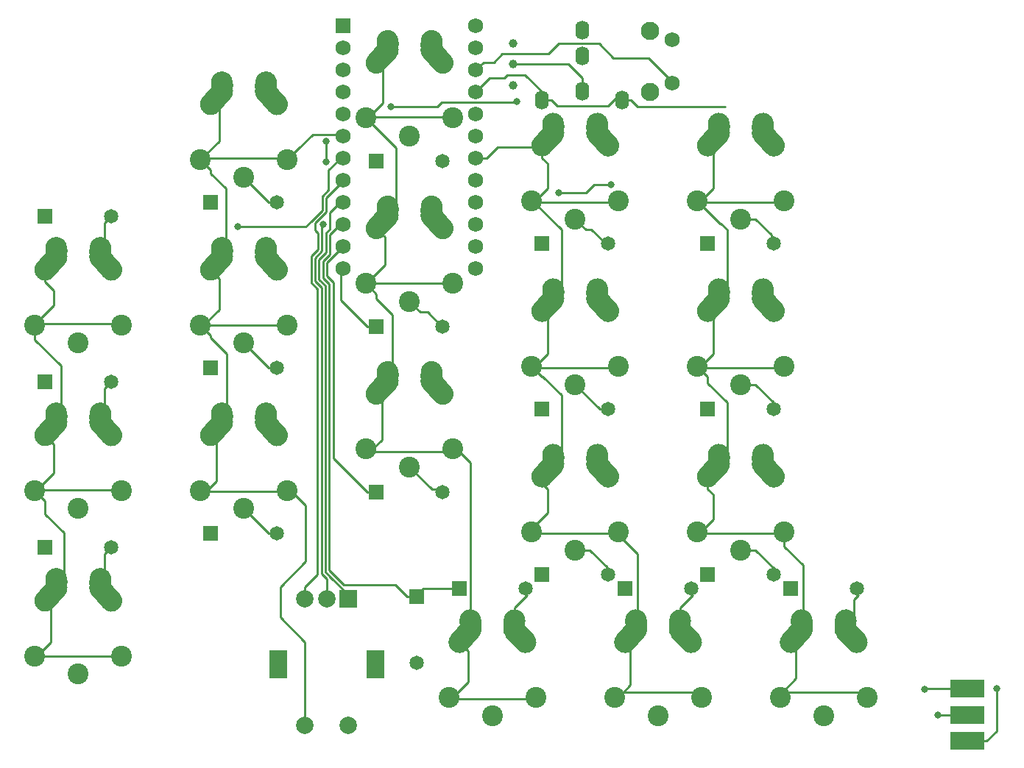
<source format=gbl>
G04 #@! TF.GenerationSoftware,KiCad,Pcbnew,(5.1.6)-1*
G04 #@! TF.CreationDate,2020-08-19T15:34:48-05:00*
G04 #@! TF.ProjectId,CurvedChoc,43757276-6564-4436-986f-632e6b696361,rev?*
G04 #@! TF.SameCoordinates,Original*
G04 #@! TF.FileFunction,Copper,L2,Bot*
G04 #@! TF.FilePolarity,Positive*
%FSLAX46Y46*%
G04 Gerber Fmt 4.6, Leading zero omitted, Abs format (unit mm)*
G04 Created by KiCad (PCBNEW (5.1.6)-1) date 2020-08-19 15:34:48*
%MOMM*%
%LPD*%
G01*
G04 APERTURE LIST*
G04 #@! TA.AperFunction,SMDPad,CuDef*
%ADD10R,4.000000X2.000000*%
G04 #@! TD*
G04 #@! TA.AperFunction,ComponentPad*
%ADD11R,2.000000X2.000000*%
G04 #@! TD*
G04 #@! TA.AperFunction,ComponentPad*
%ADD12C,2.000000*%
G04 #@! TD*
G04 #@! TA.AperFunction,ComponentPad*
%ADD13R,2.000000X3.200000*%
G04 #@! TD*
G04 #@! TA.AperFunction,ComponentPad*
%ADD14C,1.000000*%
G04 #@! TD*
G04 #@! TA.AperFunction,ComponentPad*
%ADD15C,1.752600*%
G04 #@! TD*
G04 #@! TA.AperFunction,ComponentPad*
%ADD16R,1.752600X1.752600*%
G04 #@! TD*
G04 #@! TA.AperFunction,Conductor*
%ADD17C,2.400000*%
G04 #@! TD*
G04 #@! TA.AperFunction,ComponentPad*
%ADD18C,2.100000*%
G04 #@! TD*
G04 #@! TA.AperFunction,ComponentPad*
%ADD19C,1.750000*%
G04 #@! TD*
G04 #@! TA.AperFunction,ComponentPad*
%ADD20O,1.600000X2.200000*%
G04 #@! TD*
G04 #@! TA.AperFunction,ComponentPad*
%ADD21R,1.651000X1.651000*%
G04 #@! TD*
G04 #@! TA.AperFunction,ComponentPad*
%ADD22C,1.651000*%
G04 #@! TD*
G04 #@! TA.AperFunction,ViaPad*
%ADD23C,0.800000*%
G04 #@! TD*
G04 #@! TA.AperFunction,Conductor*
%ADD24C,0.250000*%
G04 #@! TD*
G04 APERTURE END LIST*
D10*
X176034623Y-97285550D03*
X176034623Y-103285550D03*
X176034623Y-100285550D03*
D11*
X104893750Y-86956250D03*
D12*
X102393750Y-86956250D03*
X99893750Y-86956250D03*
D13*
X107993750Y-94456250D03*
X96793750Y-94456250D03*
D12*
X104893750Y-101456250D03*
X99893750Y-101456250D03*
D14*
X123825000Y-27800000D03*
X123825000Y-25400000D03*
X123825000Y-23000000D03*
D15*
X119538750Y-20955000D03*
X104298750Y-48895000D03*
X119538750Y-23495000D03*
X119538750Y-26035000D03*
X119538750Y-28575000D03*
X119538750Y-31115000D03*
X119538750Y-33655000D03*
X119538750Y-36195000D03*
X119538750Y-38735000D03*
X119538750Y-41275000D03*
X119538750Y-43815000D03*
X119538750Y-46355000D03*
X119538750Y-48895000D03*
X104298750Y-46355000D03*
X104298750Y-43815000D03*
X104298750Y-41275000D03*
X104298750Y-38735000D03*
X104298750Y-36195000D03*
X104298750Y-33655000D03*
X104298750Y-31115000D03*
X104298750Y-28575000D03*
X104298750Y-26035000D03*
X104298750Y-23495000D03*
D16*
X104298750Y-20955000D03*
D17*
X154543750Y-98256250D03*
X164543750Y-98256250D03*
X159543750Y-100356250D03*
D12*
X164543750Y-98256250D03*
X159543750Y-100356250D03*
X154543750Y-98256250D03*
X162083750Y-89376250D03*
X157043750Y-90456250D03*
X162043750Y-89956250D03*
X155733750Y-91916250D03*
X163353750Y-91916250D03*
G04 #@! TA.AperFunction,Conductor*
G36*
G01*
X155796416Y-90041285D02*
X155756874Y-89461253D01*
G75*
G02*
X156918960Y-88129129I1247105J85019D01*
G01*
X156918960Y-88129129D01*
G75*
G02*
X158251084Y-89291215I85019J-1247105D01*
G01*
X158290626Y-89871247D01*
G75*
G02*
X157128540Y-91203371I-1247105J-85019D01*
G01*
X157128540Y-91203371D01*
G75*
G02*
X155796416Y-90041285I-85019J1247105D01*
G01*
G37*
G04 #@! TD.AperFunction*
X157003750Y-89376250D03*
X162043750Y-90456250D03*
G04 #@! TA.AperFunction,Conductor*
G36*
G01*
X160796873Y-89871247D02*
X160836416Y-89291215D01*
G75*
G02*
X162168540Y-88129129I1247105J-85019D01*
G01*
X162168540Y-88129129D01*
G75*
G02*
X163330626Y-89461253I-85019J-1247105D01*
G01*
X163291084Y-90041285D01*
G75*
G02*
X161958960Y-91203371I-1247105J85019D01*
G01*
X161958960Y-91203371D01*
G75*
G02*
X160796874Y-89871247I85019J1247105D01*
G01*
G37*
G04 #@! TD.AperFunction*
G04 #@! TA.AperFunction,Conductor*
G36*
G01*
X162974144Y-89621455D02*
X164284134Y-91081463D01*
G75*
G02*
X164188536Y-92846643I-930389J-834791D01*
G01*
X164188536Y-92846643D01*
G75*
G02*
X162423356Y-92751045I-834791J930389D01*
G01*
X161113366Y-91291037D01*
G75*
G02*
X161208964Y-89525857I930389J834791D01*
G01*
X161208964Y-89525857D01*
G75*
G02*
X162974144Y-89621455I834791J-930389D01*
G01*
G37*
G04 #@! TD.AperFunction*
G04 #@! TA.AperFunction,Conductor*
G36*
G01*
X157974135Y-91291036D02*
X156664144Y-92751045D01*
G75*
G02*
X154898964Y-92846643I-930389J834791D01*
G01*
X154898964Y-92846643D01*
G75*
G02*
X154803366Y-91081463I834791J930389D01*
G01*
X156113356Y-89621455D01*
G75*
G02*
X157878536Y-89525857I930389J-834791D01*
G01*
X157878536Y-89525857D01*
G75*
G02*
X157974134Y-91291037I-834791J-930389D01*
G01*
G37*
G04 #@! TD.AperFunction*
X157043750Y-89956250D03*
D17*
X135493750Y-98256250D03*
X145493750Y-98256250D03*
X140493750Y-100356250D03*
D12*
X145493750Y-98256250D03*
X140493750Y-100356250D03*
X135493750Y-98256250D03*
X143033750Y-89376250D03*
X137993750Y-90456250D03*
X142993750Y-89956250D03*
X136683750Y-91916250D03*
X144303750Y-91916250D03*
G04 #@! TA.AperFunction,Conductor*
G36*
G01*
X136746416Y-90041285D02*
X136706874Y-89461253D01*
G75*
G02*
X137868960Y-88129129I1247105J85019D01*
G01*
X137868960Y-88129129D01*
G75*
G02*
X139201084Y-89291215I85019J-1247105D01*
G01*
X139240626Y-89871247D01*
G75*
G02*
X138078540Y-91203371I-1247105J-85019D01*
G01*
X138078540Y-91203371D01*
G75*
G02*
X136746416Y-90041285I-85019J1247105D01*
G01*
G37*
G04 #@! TD.AperFunction*
X137953750Y-89376250D03*
X142993750Y-90456250D03*
G04 #@! TA.AperFunction,Conductor*
G36*
G01*
X141746873Y-89871247D02*
X141786416Y-89291215D01*
G75*
G02*
X143118540Y-88129129I1247105J-85019D01*
G01*
X143118540Y-88129129D01*
G75*
G02*
X144280626Y-89461253I-85019J-1247105D01*
G01*
X144241084Y-90041285D01*
G75*
G02*
X142908960Y-91203371I-1247105J85019D01*
G01*
X142908960Y-91203371D01*
G75*
G02*
X141746874Y-89871247I85019J1247105D01*
G01*
G37*
G04 #@! TD.AperFunction*
G04 #@! TA.AperFunction,Conductor*
G36*
G01*
X143924144Y-89621455D02*
X145234134Y-91081463D01*
G75*
G02*
X145138536Y-92846643I-930389J-834791D01*
G01*
X145138536Y-92846643D01*
G75*
G02*
X143373356Y-92751045I-834791J930389D01*
G01*
X142063366Y-91291037D01*
G75*
G02*
X142158964Y-89525857I930389J834791D01*
G01*
X142158964Y-89525857D01*
G75*
G02*
X143924144Y-89621455I834791J-930389D01*
G01*
G37*
G04 #@! TD.AperFunction*
G04 #@! TA.AperFunction,Conductor*
G36*
G01*
X138924135Y-91291036D02*
X137614144Y-92751045D01*
G75*
G02*
X135848964Y-92846643I-930389J834791D01*
G01*
X135848964Y-92846643D01*
G75*
G02*
X135753366Y-91081463I834791J930389D01*
G01*
X137063356Y-89621455D01*
G75*
G02*
X138828536Y-89525857I930389J-834791D01*
G01*
X138828536Y-89525857D01*
G75*
G02*
X138924134Y-91291037I-834791J-930389D01*
G01*
G37*
G04 #@! TD.AperFunction*
X137993750Y-89956250D03*
D17*
X116443750Y-98256250D03*
X126443750Y-98256250D03*
X121443750Y-100356250D03*
D12*
X126443750Y-98256250D03*
X121443750Y-100356250D03*
X116443750Y-98256250D03*
X123983750Y-89376250D03*
X118943750Y-90456250D03*
X123943750Y-89956250D03*
X117633750Y-91916250D03*
X125253750Y-91916250D03*
G04 #@! TA.AperFunction,Conductor*
G36*
G01*
X117696416Y-90041285D02*
X117656874Y-89461253D01*
G75*
G02*
X118818960Y-88129129I1247105J85019D01*
G01*
X118818960Y-88129129D01*
G75*
G02*
X120151084Y-89291215I85019J-1247105D01*
G01*
X120190626Y-89871247D01*
G75*
G02*
X119028540Y-91203371I-1247105J-85019D01*
G01*
X119028540Y-91203371D01*
G75*
G02*
X117696416Y-90041285I-85019J1247105D01*
G01*
G37*
G04 #@! TD.AperFunction*
X118903750Y-89376250D03*
X123943750Y-90456250D03*
G04 #@! TA.AperFunction,Conductor*
G36*
G01*
X122696873Y-89871247D02*
X122736416Y-89291215D01*
G75*
G02*
X124068540Y-88129129I1247105J-85019D01*
G01*
X124068540Y-88129129D01*
G75*
G02*
X125230626Y-89461253I-85019J-1247105D01*
G01*
X125191084Y-90041285D01*
G75*
G02*
X123858960Y-91203371I-1247105J85019D01*
G01*
X123858960Y-91203371D01*
G75*
G02*
X122696874Y-89871247I85019J1247105D01*
G01*
G37*
G04 #@! TD.AperFunction*
G04 #@! TA.AperFunction,Conductor*
G36*
G01*
X124874144Y-89621455D02*
X126184134Y-91081463D01*
G75*
G02*
X126088536Y-92846643I-930389J-834791D01*
G01*
X126088536Y-92846643D01*
G75*
G02*
X124323356Y-92751045I-834791J930389D01*
G01*
X123013366Y-91291037D01*
G75*
G02*
X123108964Y-89525857I930389J834791D01*
G01*
X123108964Y-89525857D01*
G75*
G02*
X124874144Y-89621455I834791J-930389D01*
G01*
G37*
G04 #@! TD.AperFunction*
G04 #@! TA.AperFunction,Conductor*
G36*
G01*
X119874135Y-91291036D02*
X118564144Y-92751045D01*
G75*
G02*
X116798964Y-92846643I-930389J834791D01*
G01*
X116798964Y-92846643D01*
G75*
G02*
X116703366Y-91081463I834791J930389D01*
G01*
X118013356Y-89621455D01*
G75*
G02*
X119778536Y-89525857I930389J-834791D01*
G01*
X119778536Y-89525857D01*
G75*
G02*
X119874134Y-91291037I-834791J-930389D01*
G01*
G37*
G04 #@! TD.AperFunction*
X118943750Y-89956250D03*
D17*
X145018750Y-79206250D03*
X155018750Y-79206250D03*
X150018750Y-81306250D03*
D12*
X155018750Y-79206250D03*
X150018750Y-81306250D03*
X145018750Y-79206250D03*
X152558750Y-70326250D03*
X147518750Y-71406250D03*
X152518750Y-70906250D03*
X146208750Y-72866250D03*
X153828750Y-72866250D03*
G04 #@! TA.AperFunction,Conductor*
G36*
G01*
X146271416Y-70991285D02*
X146231874Y-70411253D01*
G75*
G02*
X147393960Y-69079129I1247105J85019D01*
G01*
X147393960Y-69079129D01*
G75*
G02*
X148726084Y-70241215I85019J-1247105D01*
G01*
X148765626Y-70821247D01*
G75*
G02*
X147603540Y-72153371I-1247105J-85019D01*
G01*
X147603540Y-72153371D01*
G75*
G02*
X146271416Y-70991285I-85019J1247105D01*
G01*
G37*
G04 #@! TD.AperFunction*
X147478750Y-70326250D03*
X152518750Y-71406250D03*
G04 #@! TA.AperFunction,Conductor*
G36*
G01*
X151271873Y-70821247D02*
X151311416Y-70241215D01*
G75*
G02*
X152643540Y-69079129I1247105J-85019D01*
G01*
X152643540Y-69079129D01*
G75*
G02*
X153805626Y-70411253I-85019J-1247105D01*
G01*
X153766084Y-70991285D01*
G75*
G02*
X152433960Y-72153371I-1247105J85019D01*
G01*
X152433960Y-72153371D01*
G75*
G02*
X151271874Y-70821247I85019J1247105D01*
G01*
G37*
G04 #@! TD.AperFunction*
G04 #@! TA.AperFunction,Conductor*
G36*
G01*
X153449144Y-70571455D02*
X154759134Y-72031463D01*
G75*
G02*
X154663536Y-73796643I-930389J-834791D01*
G01*
X154663536Y-73796643D01*
G75*
G02*
X152898356Y-73701045I-834791J930389D01*
G01*
X151588366Y-72241037D01*
G75*
G02*
X151683964Y-70475857I930389J834791D01*
G01*
X151683964Y-70475857D01*
G75*
G02*
X153449144Y-70571455I834791J-930389D01*
G01*
G37*
G04 #@! TD.AperFunction*
G04 #@! TA.AperFunction,Conductor*
G36*
G01*
X148449135Y-72241036D02*
X147139144Y-73701045D01*
G75*
G02*
X145373964Y-73796643I-930389J834791D01*
G01*
X145373964Y-73796643D01*
G75*
G02*
X145278366Y-72031463I834791J930389D01*
G01*
X146588356Y-70571455D01*
G75*
G02*
X148353536Y-70475857I930389J-834791D01*
G01*
X148353536Y-70475857D01*
G75*
G02*
X148449134Y-72241037I-834791J-930389D01*
G01*
G37*
G04 #@! TD.AperFunction*
X147518750Y-70906250D03*
D17*
X125968750Y-79206250D03*
X135968750Y-79206250D03*
X130968750Y-81306250D03*
D12*
X135968750Y-79206250D03*
X130968750Y-81306250D03*
X125968750Y-79206250D03*
X133508750Y-70326250D03*
X128468750Y-71406250D03*
X133468750Y-70906250D03*
X127158750Y-72866250D03*
X134778750Y-72866250D03*
G04 #@! TA.AperFunction,Conductor*
G36*
G01*
X127221416Y-70991285D02*
X127181874Y-70411253D01*
G75*
G02*
X128343960Y-69079129I1247105J85019D01*
G01*
X128343960Y-69079129D01*
G75*
G02*
X129676084Y-70241215I85019J-1247105D01*
G01*
X129715626Y-70821247D01*
G75*
G02*
X128553540Y-72153371I-1247105J-85019D01*
G01*
X128553540Y-72153371D01*
G75*
G02*
X127221416Y-70991285I-85019J1247105D01*
G01*
G37*
G04 #@! TD.AperFunction*
X128428750Y-70326250D03*
X133468750Y-71406250D03*
G04 #@! TA.AperFunction,Conductor*
G36*
G01*
X132221873Y-70821247D02*
X132261416Y-70241215D01*
G75*
G02*
X133593540Y-69079129I1247105J-85019D01*
G01*
X133593540Y-69079129D01*
G75*
G02*
X134755626Y-70411253I-85019J-1247105D01*
G01*
X134716084Y-70991285D01*
G75*
G02*
X133383960Y-72153371I-1247105J85019D01*
G01*
X133383960Y-72153371D01*
G75*
G02*
X132221874Y-70821247I85019J1247105D01*
G01*
G37*
G04 #@! TD.AperFunction*
G04 #@! TA.AperFunction,Conductor*
G36*
G01*
X134399144Y-70571455D02*
X135709134Y-72031463D01*
G75*
G02*
X135613536Y-73796643I-930389J-834791D01*
G01*
X135613536Y-73796643D01*
G75*
G02*
X133848356Y-73701045I-834791J930389D01*
G01*
X132538366Y-72241037D01*
G75*
G02*
X132633964Y-70475857I930389J834791D01*
G01*
X132633964Y-70475857D01*
G75*
G02*
X134399144Y-70571455I834791J-930389D01*
G01*
G37*
G04 #@! TD.AperFunction*
G04 #@! TA.AperFunction,Conductor*
G36*
G01*
X129399135Y-72241036D02*
X128089144Y-73701045D01*
G75*
G02*
X126323964Y-73796643I-930389J834791D01*
G01*
X126323964Y-73796643D01*
G75*
G02*
X126228366Y-72031463I834791J930389D01*
G01*
X127538356Y-70571455D01*
G75*
G02*
X129303536Y-70475857I930389J-834791D01*
G01*
X129303536Y-70475857D01*
G75*
G02*
X129399134Y-72241037I-834791J-930389D01*
G01*
G37*
G04 #@! TD.AperFunction*
X128468750Y-70906250D03*
D17*
X106918750Y-69681250D03*
X116918750Y-69681250D03*
X111918750Y-71781250D03*
D12*
X116918750Y-69681250D03*
X111918750Y-71781250D03*
X106918750Y-69681250D03*
X114458750Y-60801250D03*
X109418750Y-61881250D03*
X114418750Y-61381250D03*
X108108750Y-63341250D03*
X115728750Y-63341250D03*
G04 #@! TA.AperFunction,Conductor*
G36*
G01*
X108171416Y-61466285D02*
X108131874Y-60886253D01*
G75*
G02*
X109293960Y-59554129I1247105J85019D01*
G01*
X109293960Y-59554129D01*
G75*
G02*
X110626084Y-60716215I85019J-1247105D01*
G01*
X110665626Y-61296247D01*
G75*
G02*
X109503540Y-62628371I-1247105J-85019D01*
G01*
X109503540Y-62628371D01*
G75*
G02*
X108171416Y-61466285I-85019J1247105D01*
G01*
G37*
G04 #@! TD.AperFunction*
X109378750Y-60801250D03*
X114418750Y-61881250D03*
G04 #@! TA.AperFunction,Conductor*
G36*
G01*
X113171873Y-61296247D02*
X113211416Y-60716215D01*
G75*
G02*
X114543540Y-59554129I1247105J-85019D01*
G01*
X114543540Y-59554129D01*
G75*
G02*
X115705626Y-60886253I-85019J-1247105D01*
G01*
X115666084Y-61466285D01*
G75*
G02*
X114333960Y-62628371I-1247105J85019D01*
G01*
X114333960Y-62628371D01*
G75*
G02*
X113171874Y-61296247I85019J1247105D01*
G01*
G37*
G04 #@! TD.AperFunction*
G04 #@! TA.AperFunction,Conductor*
G36*
G01*
X115349144Y-61046455D02*
X116659134Y-62506463D01*
G75*
G02*
X116563536Y-64271643I-930389J-834791D01*
G01*
X116563536Y-64271643D01*
G75*
G02*
X114798356Y-64176045I-834791J930389D01*
G01*
X113488366Y-62716037D01*
G75*
G02*
X113583964Y-60950857I930389J834791D01*
G01*
X113583964Y-60950857D01*
G75*
G02*
X115349144Y-61046455I834791J-930389D01*
G01*
G37*
G04 #@! TD.AperFunction*
G04 #@! TA.AperFunction,Conductor*
G36*
G01*
X110349135Y-62716036D02*
X109039144Y-64176045D01*
G75*
G02*
X107273964Y-64271643I-930389J834791D01*
G01*
X107273964Y-64271643D01*
G75*
G02*
X107178366Y-62506463I834791J930389D01*
G01*
X108488356Y-61046455D01*
G75*
G02*
X110253536Y-60950857I930389J-834791D01*
G01*
X110253536Y-60950857D01*
G75*
G02*
X110349134Y-62716037I-834791J-930389D01*
G01*
G37*
G04 #@! TD.AperFunction*
X109418750Y-61381250D03*
D17*
X87868750Y-74443750D03*
X97868750Y-74443750D03*
X92868750Y-76543750D03*
D12*
X97868750Y-74443750D03*
X92868750Y-76543750D03*
X87868750Y-74443750D03*
X95408750Y-65563750D03*
X90368750Y-66643750D03*
X95368750Y-66143750D03*
X89058750Y-68103750D03*
X96678750Y-68103750D03*
G04 #@! TA.AperFunction,Conductor*
G36*
G01*
X89121416Y-66228785D02*
X89081874Y-65648753D01*
G75*
G02*
X90243960Y-64316629I1247105J85019D01*
G01*
X90243960Y-64316629D01*
G75*
G02*
X91576084Y-65478715I85019J-1247105D01*
G01*
X91615626Y-66058747D01*
G75*
G02*
X90453540Y-67390871I-1247105J-85019D01*
G01*
X90453540Y-67390871D01*
G75*
G02*
X89121416Y-66228785I-85019J1247105D01*
G01*
G37*
G04 #@! TD.AperFunction*
X90328750Y-65563750D03*
X95368750Y-66643750D03*
G04 #@! TA.AperFunction,Conductor*
G36*
G01*
X94121873Y-66058747D02*
X94161416Y-65478715D01*
G75*
G02*
X95493540Y-64316629I1247105J-85019D01*
G01*
X95493540Y-64316629D01*
G75*
G02*
X96655626Y-65648753I-85019J-1247105D01*
G01*
X96616084Y-66228785D01*
G75*
G02*
X95283960Y-67390871I-1247105J85019D01*
G01*
X95283960Y-67390871D01*
G75*
G02*
X94121874Y-66058747I85019J1247105D01*
G01*
G37*
G04 #@! TD.AperFunction*
G04 #@! TA.AperFunction,Conductor*
G36*
G01*
X96299144Y-65808955D02*
X97609134Y-67268963D01*
G75*
G02*
X97513536Y-69034143I-930389J-834791D01*
G01*
X97513536Y-69034143D01*
G75*
G02*
X95748356Y-68938545I-834791J930389D01*
G01*
X94438366Y-67478537D01*
G75*
G02*
X94533964Y-65713357I930389J834791D01*
G01*
X94533964Y-65713357D01*
G75*
G02*
X96299144Y-65808955I834791J-930389D01*
G01*
G37*
G04 #@! TD.AperFunction*
G04 #@! TA.AperFunction,Conductor*
G36*
G01*
X91299135Y-67478536D02*
X89989144Y-68938545D01*
G75*
G02*
X88223964Y-69034143I-930389J834791D01*
G01*
X88223964Y-69034143D01*
G75*
G02*
X88128366Y-67268963I834791J930389D01*
G01*
X89438356Y-65808955D01*
G75*
G02*
X91203536Y-65713357I930389J-834791D01*
G01*
X91203536Y-65713357D01*
G75*
G02*
X91299134Y-67478537I-834791J-930389D01*
G01*
G37*
G04 #@! TD.AperFunction*
X90368750Y-66143750D03*
D17*
X68818750Y-93493750D03*
X78818750Y-93493750D03*
X73818750Y-95593750D03*
D12*
X78818750Y-93493750D03*
X73818750Y-95593750D03*
X68818750Y-93493750D03*
X76358750Y-84613750D03*
X71318750Y-85693750D03*
X76318750Y-85193750D03*
X70008750Y-87153750D03*
X77628750Y-87153750D03*
G04 #@! TA.AperFunction,Conductor*
G36*
G01*
X70071416Y-85278785D02*
X70031874Y-84698753D01*
G75*
G02*
X71193960Y-83366629I1247105J85019D01*
G01*
X71193960Y-83366629D01*
G75*
G02*
X72526084Y-84528715I85019J-1247105D01*
G01*
X72565626Y-85108747D01*
G75*
G02*
X71403540Y-86440871I-1247105J-85019D01*
G01*
X71403540Y-86440871D01*
G75*
G02*
X70071416Y-85278785I-85019J1247105D01*
G01*
G37*
G04 #@! TD.AperFunction*
X71278750Y-84613750D03*
X76318750Y-85693750D03*
G04 #@! TA.AperFunction,Conductor*
G36*
G01*
X75071873Y-85108747D02*
X75111416Y-84528715D01*
G75*
G02*
X76443540Y-83366629I1247105J-85019D01*
G01*
X76443540Y-83366629D01*
G75*
G02*
X77605626Y-84698753I-85019J-1247105D01*
G01*
X77566084Y-85278785D01*
G75*
G02*
X76233960Y-86440871I-1247105J85019D01*
G01*
X76233960Y-86440871D01*
G75*
G02*
X75071874Y-85108747I85019J1247105D01*
G01*
G37*
G04 #@! TD.AperFunction*
G04 #@! TA.AperFunction,Conductor*
G36*
G01*
X77249144Y-84858955D02*
X78559134Y-86318963D01*
G75*
G02*
X78463536Y-88084143I-930389J-834791D01*
G01*
X78463536Y-88084143D01*
G75*
G02*
X76698356Y-87988545I-834791J930389D01*
G01*
X75388366Y-86528537D01*
G75*
G02*
X75483964Y-84763357I930389J834791D01*
G01*
X75483964Y-84763357D01*
G75*
G02*
X77249144Y-84858955I834791J-930389D01*
G01*
G37*
G04 #@! TD.AperFunction*
G04 #@! TA.AperFunction,Conductor*
G36*
G01*
X72249135Y-86528536D02*
X70939144Y-87988545D01*
G75*
G02*
X69173964Y-88084143I-930389J834791D01*
G01*
X69173964Y-88084143D01*
G75*
G02*
X69078366Y-86318963I834791J930389D01*
G01*
X70388356Y-84858955D01*
G75*
G02*
X72153536Y-84763357I930389J-834791D01*
G01*
X72153536Y-84763357D01*
G75*
G02*
X72249134Y-86528537I-834791J-930389D01*
G01*
G37*
G04 #@! TD.AperFunction*
X71318750Y-85193750D03*
D17*
X145018750Y-60156250D03*
X155018750Y-60156250D03*
X150018750Y-62256250D03*
D12*
X155018750Y-60156250D03*
X150018750Y-62256250D03*
X145018750Y-60156250D03*
X152558750Y-51276250D03*
X147518750Y-52356250D03*
X152518750Y-51856250D03*
X146208750Y-53816250D03*
X153828750Y-53816250D03*
G04 #@! TA.AperFunction,Conductor*
G36*
G01*
X146271416Y-51941285D02*
X146231874Y-51361253D01*
G75*
G02*
X147393960Y-50029129I1247105J85019D01*
G01*
X147393960Y-50029129D01*
G75*
G02*
X148726084Y-51191215I85019J-1247105D01*
G01*
X148765626Y-51771247D01*
G75*
G02*
X147603540Y-53103371I-1247105J-85019D01*
G01*
X147603540Y-53103371D01*
G75*
G02*
X146271416Y-51941285I-85019J1247105D01*
G01*
G37*
G04 #@! TD.AperFunction*
X147478750Y-51276250D03*
X152518750Y-52356250D03*
G04 #@! TA.AperFunction,Conductor*
G36*
G01*
X151271873Y-51771247D02*
X151311416Y-51191215D01*
G75*
G02*
X152643540Y-50029129I1247105J-85019D01*
G01*
X152643540Y-50029129D01*
G75*
G02*
X153805626Y-51361253I-85019J-1247105D01*
G01*
X153766084Y-51941285D01*
G75*
G02*
X152433960Y-53103371I-1247105J85019D01*
G01*
X152433960Y-53103371D01*
G75*
G02*
X151271874Y-51771247I85019J1247105D01*
G01*
G37*
G04 #@! TD.AperFunction*
G04 #@! TA.AperFunction,Conductor*
G36*
G01*
X153449144Y-51521455D02*
X154759134Y-52981463D01*
G75*
G02*
X154663536Y-54746643I-930389J-834791D01*
G01*
X154663536Y-54746643D01*
G75*
G02*
X152898356Y-54651045I-834791J930389D01*
G01*
X151588366Y-53191037D01*
G75*
G02*
X151683964Y-51425857I930389J834791D01*
G01*
X151683964Y-51425857D01*
G75*
G02*
X153449144Y-51521455I834791J-930389D01*
G01*
G37*
G04 #@! TD.AperFunction*
G04 #@! TA.AperFunction,Conductor*
G36*
G01*
X148449135Y-53191036D02*
X147139144Y-54651045D01*
G75*
G02*
X145373964Y-54746643I-930389J834791D01*
G01*
X145373964Y-54746643D01*
G75*
G02*
X145278366Y-52981463I834791J930389D01*
G01*
X146588356Y-51521455D01*
G75*
G02*
X148353536Y-51425857I930389J-834791D01*
G01*
X148353536Y-51425857D01*
G75*
G02*
X148449134Y-53191037I-834791J-930389D01*
G01*
G37*
G04 #@! TD.AperFunction*
X147518750Y-51856250D03*
D17*
X125968750Y-60156250D03*
X135968750Y-60156250D03*
X130968750Y-62256250D03*
D12*
X135968750Y-60156250D03*
X130968750Y-62256250D03*
X125968750Y-60156250D03*
X133508750Y-51276250D03*
X128468750Y-52356250D03*
X133468750Y-51856250D03*
X127158750Y-53816250D03*
X134778750Y-53816250D03*
G04 #@! TA.AperFunction,Conductor*
G36*
G01*
X127221416Y-51941285D02*
X127181874Y-51361253D01*
G75*
G02*
X128343960Y-50029129I1247105J85019D01*
G01*
X128343960Y-50029129D01*
G75*
G02*
X129676084Y-51191215I85019J-1247105D01*
G01*
X129715626Y-51771247D01*
G75*
G02*
X128553540Y-53103371I-1247105J-85019D01*
G01*
X128553540Y-53103371D01*
G75*
G02*
X127221416Y-51941285I-85019J1247105D01*
G01*
G37*
G04 #@! TD.AperFunction*
X128428750Y-51276250D03*
X133468750Y-52356250D03*
G04 #@! TA.AperFunction,Conductor*
G36*
G01*
X132221873Y-51771247D02*
X132261416Y-51191215D01*
G75*
G02*
X133593540Y-50029129I1247105J-85019D01*
G01*
X133593540Y-50029129D01*
G75*
G02*
X134755626Y-51361253I-85019J-1247105D01*
G01*
X134716084Y-51941285D01*
G75*
G02*
X133383960Y-53103371I-1247105J85019D01*
G01*
X133383960Y-53103371D01*
G75*
G02*
X132221874Y-51771247I85019J1247105D01*
G01*
G37*
G04 #@! TD.AperFunction*
G04 #@! TA.AperFunction,Conductor*
G36*
G01*
X134399144Y-51521455D02*
X135709134Y-52981463D01*
G75*
G02*
X135613536Y-54746643I-930389J-834791D01*
G01*
X135613536Y-54746643D01*
G75*
G02*
X133848356Y-54651045I-834791J930389D01*
G01*
X132538366Y-53191037D01*
G75*
G02*
X132633964Y-51425857I930389J834791D01*
G01*
X132633964Y-51425857D01*
G75*
G02*
X134399144Y-51521455I834791J-930389D01*
G01*
G37*
G04 #@! TD.AperFunction*
G04 #@! TA.AperFunction,Conductor*
G36*
G01*
X129399135Y-53191036D02*
X128089144Y-54651045D01*
G75*
G02*
X126323964Y-54746643I-930389J834791D01*
G01*
X126323964Y-54746643D01*
G75*
G02*
X126228366Y-52981463I834791J930389D01*
G01*
X127538356Y-51521455D01*
G75*
G02*
X129303536Y-51425857I930389J-834791D01*
G01*
X129303536Y-51425857D01*
G75*
G02*
X129399134Y-53191037I-834791J-930389D01*
G01*
G37*
G04 #@! TD.AperFunction*
X128468750Y-51856250D03*
D17*
X106918750Y-50631250D03*
X116918750Y-50631250D03*
X111918750Y-52731250D03*
D12*
X116918750Y-50631250D03*
X111918750Y-52731250D03*
X106918750Y-50631250D03*
X114458750Y-41751250D03*
X109418750Y-42831250D03*
X114418750Y-42331250D03*
X108108750Y-44291250D03*
X115728750Y-44291250D03*
G04 #@! TA.AperFunction,Conductor*
G36*
G01*
X108171416Y-42416285D02*
X108131874Y-41836253D01*
G75*
G02*
X109293960Y-40504129I1247105J85019D01*
G01*
X109293960Y-40504129D01*
G75*
G02*
X110626084Y-41666215I85019J-1247105D01*
G01*
X110665626Y-42246247D01*
G75*
G02*
X109503540Y-43578371I-1247105J-85019D01*
G01*
X109503540Y-43578371D01*
G75*
G02*
X108171416Y-42416285I-85019J1247105D01*
G01*
G37*
G04 #@! TD.AperFunction*
X109378750Y-41751250D03*
X114418750Y-42831250D03*
G04 #@! TA.AperFunction,Conductor*
G36*
G01*
X113171873Y-42246247D02*
X113211416Y-41666215D01*
G75*
G02*
X114543540Y-40504129I1247105J-85019D01*
G01*
X114543540Y-40504129D01*
G75*
G02*
X115705626Y-41836253I-85019J-1247105D01*
G01*
X115666084Y-42416285D01*
G75*
G02*
X114333960Y-43578371I-1247105J85019D01*
G01*
X114333960Y-43578371D01*
G75*
G02*
X113171874Y-42246247I85019J1247105D01*
G01*
G37*
G04 #@! TD.AperFunction*
G04 #@! TA.AperFunction,Conductor*
G36*
G01*
X115349144Y-41996455D02*
X116659134Y-43456463D01*
G75*
G02*
X116563536Y-45221643I-930389J-834791D01*
G01*
X116563536Y-45221643D01*
G75*
G02*
X114798356Y-45126045I-834791J930389D01*
G01*
X113488366Y-43666037D01*
G75*
G02*
X113583964Y-41900857I930389J834791D01*
G01*
X113583964Y-41900857D01*
G75*
G02*
X115349144Y-41996455I834791J-930389D01*
G01*
G37*
G04 #@! TD.AperFunction*
G04 #@! TA.AperFunction,Conductor*
G36*
G01*
X110349135Y-43666036D02*
X109039144Y-45126045D01*
G75*
G02*
X107273964Y-45221643I-930389J834791D01*
G01*
X107273964Y-45221643D01*
G75*
G02*
X107178366Y-43456463I834791J930389D01*
G01*
X108488356Y-41996455D01*
G75*
G02*
X110253536Y-41900857I930389J-834791D01*
G01*
X110253536Y-41900857D01*
G75*
G02*
X110349134Y-43666037I-834791J-930389D01*
G01*
G37*
G04 #@! TD.AperFunction*
X109418750Y-42331250D03*
D17*
X87868750Y-55393750D03*
X97868750Y-55393750D03*
X92868750Y-57493750D03*
D12*
X97868750Y-55393750D03*
X92868750Y-57493750D03*
X87868750Y-55393750D03*
X95408750Y-46513750D03*
X90368750Y-47593750D03*
X95368750Y-47093750D03*
X89058750Y-49053750D03*
X96678750Y-49053750D03*
G04 #@! TA.AperFunction,Conductor*
G36*
G01*
X89121416Y-47178785D02*
X89081874Y-46598753D01*
G75*
G02*
X90243960Y-45266629I1247105J85019D01*
G01*
X90243960Y-45266629D01*
G75*
G02*
X91576084Y-46428715I85019J-1247105D01*
G01*
X91615626Y-47008747D01*
G75*
G02*
X90453540Y-48340871I-1247105J-85019D01*
G01*
X90453540Y-48340871D01*
G75*
G02*
X89121416Y-47178785I-85019J1247105D01*
G01*
G37*
G04 #@! TD.AperFunction*
X90328750Y-46513750D03*
X95368750Y-47593750D03*
G04 #@! TA.AperFunction,Conductor*
G36*
G01*
X94121873Y-47008747D02*
X94161416Y-46428715D01*
G75*
G02*
X95493540Y-45266629I1247105J-85019D01*
G01*
X95493540Y-45266629D01*
G75*
G02*
X96655626Y-46598753I-85019J-1247105D01*
G01*
X96616084Y-47178785D01*
G75*
G02*
X95283960Y-48340871I-1247105J85019D01*
G01*
X95283960Y-48340871D01*
G75*
G02*
X94121874Y-47008747I85019J1247105D01*
G01*
G37*
G04 #@! TD.AperFunction*
G04 #@! TA.AperFunction,Conductor*
G36*
G01*
X96299144Y-46758955D02*
X97609134Y-48218963D01*
G75*
G02*
X97513536Y-49984143I-930389J-834791D01*
G01*
X97513536Y-49984143D01*
G75*
G02*
X95748356Y-49888545I-834791J930389D01*
G01*
X94438366Y-48428537D01*
G75*
G02*
X94533964Y-46663357I930389J834791D01*
G01*
X94533964Y-46663357D01*
G75*
G02*
X96299144Y-46758955I834791J-930389D01*
G01*
G37*
G04 #@! TD.AperFunction*
G04 #@! TA.AperFunction,Conductor*
G36*
G01*
X91299135Y-48428536D02*
X89989144Y-49888545D01*
G75*
G02*
X88223964Y-49984143I-930389J834791D01*
G01*
X88223964Y-49984143D01*
G75*
G02*
X88128366Y-48218963I834791J930389D01*
G01*
X89438356Y-46758955D01*
G75*
G02*
X91203536Y-46663357I930389J-834791D01*
G01*
X91203536Y-46663357D01*
G75*
G02*
X91299134Y-48428537I-834791J-930389D01*
G01*
G37*
G04 #@! TD.AperFunction*
X90368750Y-47093750D03*
D17*
X68818750Y-74443750D03*
X78818750Y-74443750D03*
X73818750Y-76543750D03*
D12*
X78818750Y-74443750D03*
X73818750Y-76543750D03*
X68818750Y-74443750D03*
X76358750Y-65563750D03*
X71318750Y-66643750D03*
X76318750Y-66143750D03*
X70008750Y-68103750D03*
X77628750Y-68103750D03*
G04 #@! TA.AperFunction,Conductor*
G36*
G01*
X70071416Y-66228785D02*
X70031874Y-65648753D01*
G75*
G02*
X71193960Y-64316629I1247105J85019D01*
G01*
X71193960Y-64316629D01*
G75*
G02*
X72526084Y-65478715I85019J-1247105D01*
G01*
X72565626Y-66058747D01*
G75*
G02*
X71403540Y-67390871I-1247105J-85019D01*
G01*
X71403540Y-67390871D01*
G75*
G02*
X70071416Y-66228785I-85019J1247105D01*
G01*
G37*
G04 #@! TD.AperFunction*
X71278750Y-65563750D03*
X76318750Y-66643750D03*
G04 #@! TA.AperFunction,Conductor*
G36*
G01*
X75071873Y-66058747D02*
X75111416Y-65478715D01*
G75*
G02*
X76443540Y-64316629I1247105J-85019D01*
G01*
X76443540Y-64316629D01*
G75*
G02*
X77605626Y-65648753I-85019J-1247105D01*
G01*
X77566084Y-66228785D01*
G75*
G02*
X76233960Y-67390871I-1247105J85019D01*
G01*
X76233960Y-67390871D01*
G75*
G02*
X75071874Y-66058747I85019J1247105D01*
G01*
G37*
G04 #@! TD.AperFunction*
G04 #@! TA.AperFunction,Conductor*
G36*
G01*
X77249144Y-65808955D02*
X78559134Y-67268963D01*
G75*
G02*
X78463536Y-69034143I-930389J-834791D01*
G01*
X78463536Y-69034143D01*
G75*
G02*
X76698356Y-68938545I-834791J930389D01*
G01*
X75388366Y-67478537D01*
G75*
G02*
X75483964Y-65713357I930389J834791D01*
G01*
X75483964Y-65713357D01*
G75*
G02*
X77249144Y-65808955I834791J-930389D01*
G01*
G37*
G04 #@! TD.AperFunction*
G04 #@! TA.AperFunction,Conductor*
G36*
G01*
X72249135Y-67478536D02*
X70939144Y-68938545D01*
G75*
G02*
X69173964Y-69034143I-930389J834791D01*
G01*
X69173964Y-69034143D01*
G75*
G02*
X69078366Y-67268963I834791J930389D01*
G01*
X70388356Y-65808955D01*
G75*
G02*
X72153536Y-65713357I930389J-834791D01*
G01*
X72153536Y-65713357D01*
G75*
G02*
X72249134Y-67478537I-834791J-930389D01*
G01*
G37*
G04 #@! TD.AperFunction*
X71318750Y-66143750D03*
D17*
X145018750Y-41106250D03*
X155018750Y-41106250D03*
X150018750Y-43206250D03*
D12*
X155018750Y-41106250D03*
X150018750Y-43206250D03*
X145018750Y-41106250D03*
X152558750Y-32226250D03*
X147518750Y-33306250D03*
X152518750Y-32806250D03*
X146208750Y-34766250D03*
X153828750Y-34766250D03*
G04 #@! TA.AperFunction,Conductor*
G36*
G01*
X146271416Y-32891285D02*
X146231874Y-32311253D01*
G75*
G02*
X147393960Y-30979129I1247105J85019D01*
G01*
X147393960Y-30979129D01*
G75*
G02*
X148726084Y-32141215I85019J-1247105D01*
G01*
X148765626Y-32721247D01*
G75*
G02*
X147603540Y-34053371I-1247105J-85019D01*
G01*
X147603540Y-34053371D01*
G75*
G02*
X146271416Y-32891285I-85019J1247105D01*
G01*
G37*
G04 #@! TD.AperFunction*
X147478750Y-32226250D03*
X152518750Y-33306250D03*
G04 #@! TA.AperFunction,Conductor*
G36*
G01*
X151271873Y-32721247D02*
X151311416Y-32141215D01*
G75*
G02*
X152643540Y-30979129I1247105J-85019D01*
G01*
X152643540Y-30979129D01*
G75*
G02*
X153805626Y-32311253I-85019J-1247105D01*
G01*
X153766084Y-32891285D01*
G75*
G02*
X152433960Y-34053371I-1247105J85019D01*
G01*
X152433960Y-34053371D01*
G75*
G02*
X151271874Y-32721247I85019J1247105D01*
G01*
G37*
G04 #@! TD.AperFunction*
G04 #@! TA.AperFunction,Conductor*
G36*
G01*
X153449144Y-32471455D02*
X154759134Y-33931463D01*
G75*
G02*
X154663536Y-35696643I-930389J-834791D01*
G01*
X154663536Y-35696643D01*
G75*
G02*
X152898356Y-35601045I-834791J930389D01*
G01*
X151588366Y-34141037D01*
G75*
G02*
X151683964Y-32375857I930389J834791D01*
G01*
X151683964Y-32375857D01*
G75*
G02*
X153449144Y-32471455I834791J-930389D01*
G01*
G37*
G04 #@! TD.AperFunction*
G04 #@! TA.AperFunction,Conductor*
G36*
G01*
X148449135Y-34141036D02*
X147139144Y-35601045D01*
G75*
G02*
X145373964Y-35696643I-930389J834791D01*
G01*
X145373964Y-35696643D01*
G75*
G02*
X145278366Y-33931463I834791J930389D01*
G01*
X146588356Y-32471455D01*
G75*
G02*
X148353536Y-32375857I930389J-834791D01*
G01*
X148353536Y-32375857D01*
G75*
G02*
X148449134Y-34141037I-834791J-930389D01*
G01*
G37*
G04 #@! TD.AperFunction*
X147518750Y-32806250D03*
D17*
X125968750Y-41106250D03*
X135968750Y-41106250D03*
X130968750Y-43206250D03*
D12*
X135968750Y-41106250D03*
X130968750Y-43206250D03*
X125968750Y-41106250D03*
X133508750Y-32226250D03*
X128468750Y-33306250D03*
X133468750Y-32806250D03*
X127158750Y-34766250D03*
X134778750Y-34766250D03*
G04 #@! TA.AperFunction,Conductor*
G36*
G01*
X127221416Y-32891285D02*
X127181874Y-32311253D01*
G75*
G02*
X128343960Y-30979129I1247105J85019D01*
G01*
X128343960Y-30979129D01*
G75*
G02*
X129676084Y-32141215I85019J-1247105D01*
G01*
X129715626Y-32721247D01*
G75*
G02*
X128553540Y-34053371I-1247105J-85019D01*
G01*
X128553540Y-34053371D01*
G75*
G02*
X127221416Y-32891285I-85019J1247105D01*
G01*
G37*
G04 #@! TD.AperFunction*
X128428750Y-32226250D03*
X133468750Y-33306250D03*
G04 #@! TA.AperFunction,Conductor*
G36*
G01*
X132221873Y-32721247D02*
X132261416Y-32141215D01*
G75*
G02*
X133593540Y-30979129I1247105J-85019D01*
G01*
X133593540Y-30979129D01*
G75*
G02*
X134755626Y-32311253I-85019J-1247105D01*
G01*
X134716084Y-32891285D01*
G75*
G02*
X133383960Y-34053371I-1247105J85019D01*
G01*
X133383960Y-34053371D01*
G75*
G02*
X132221874Y-32721247I85019J1247105D01*
G01*
G37*
G04 #@! TD.AperFunction*
G04 #@! TA.AperFunction,Conductor*
G36*
G01*
X134399144Y-32471455D02*
X135709134Y-33931463D01*
G75*
G02*
X135613536Y-35696643I-930389J-834791D01*
G01*
X135613536Y-35696643D01*
G75*
G02*
X133848356Y-35601045I-834791J930389D01*
G01*
X132538366Y-34141037D01*
G75*
G02*
X132633964Y-32375857I930389J834791D01*
G01*
X132633964Y-32375857D01*
G75*
G02*
X134399144Y-32471455I834791J-930389D01*
G01*
G37*
G04 #@! TD.AperFunction*
G04 #@! TA.AperFunction,Conductor*
G36*
G01*
X129399135Y-34141036D02*
X128089144Y-35601045D01*
G75*
G02*
X126323964Y-35696643I-930389J834791D01*
G01*
X126323964Y-35696643D01*
G75*
G02*
X126228366Y-33931463I834791J930389D01*
G01*
X127538356Y-32471455D01*
G75*
G02*
X129303536Y-32375857I930389J-834791D01*
G01*
X129303536Y-32375857D01*
G75*
G02*
X129399134Y-34141037I-834791J-930389D01*
G01*
G37*
G04 #@! TD.AperFunction*
X128468750Y-32806250D03*
D17*
X106918750Y-31581250D03*
X116918750Y-31581250D03*
X111918750Y-33681250D03*
D12*
X116918750Y-31581250D03*
X111918750Y-33681250D03*
X106918750Y-31581250D03*
X114458750Y-22701250D03*
X109418750Y-23781250D03*
X114418750Y-23281250D03*
X108108750Y-25241250D03*
X115728750Y-25241250D03*
G04 #@! TA.AperFunction,Conductor*
G36*
G01*
X108171416Y-23366285D02*
X108131874Y-22786253D01*
G75*
G02*
X109293960Y-21454129I1247105J85019D01*
G01*
X109293960Y-21454129D01*
G75*
G02*
X110626084Y-22616215I85019J-1247105D01*
G01*
X110665626Y-23196247D01*
G75*
G02*
X109503540Y-24528371I-1247105J-85019D01*
G01*
X109503540Y-24528371D01*
G75*
G02*
X108171416Y-23366285I-85019J1247105D01*
G01*
G37*
G04 #@! TD.AperFunction*
X109378750Y-22701250D03*
X114418750Y-23781250D03*
G04 #@! TA.AperFunction,Conductor*
G36*
G01*
X113171873Y-23196247D02*
X113211416Y-22616215D01*
G75*
G02*
X114543540Y-21454129I1247105J-85019D01*
G01*
X114543540Y-21454129D01*
G75*
G02*
X115705626Y-22786253I-85019J-1247105D01*
G01*
X115666084Y-23366285D01*
G75*
G02*
X114333960Y-24528371I-1247105J85019D01*
G01*
X114333960Y-24528371D01*
G75*
G02*
X113171874Y-23196247I85019J1247105D01*
G01*
G37*
G04 #@! TD.AperFunction*
G04 #@! TA.AperFunction,Conductor*
G36*
G01*
X115349144Y-22946455D02*
X116659134Y-24406463D01*
G75*
G02*
X116563536Y-26171643I-930389J-834791D01*
G01*
X116563536Y-26171643D01*
G75*
G02*
X114798356Y-26076045I-834791J930389D01*
G01*
X113488366Y-24616037D01*
G75*
G02*
X113583964Y-22850857I930389J834791D01*
G01*
X113583964Y-22850857D01*
G75*
G02*
X115349144Y-22946455I834791J-930389D01*
G01*
G37*
G04 #@! TD.AperFunction*
G04 #@! TA.AperFunction,Conductor*
G36*
G01*
X110349135Y-24616036D02*
X109039144Y-26076045D01*
G75*
G02*
X107273964Y-26171643I-930389J834791D01*
G01*
X107273964Y-26171643D01*
G75*
G02*
X107178366Y-24406463I834791J930389D01*
G01*
X108488356Y-22946455D01*
G75*
G02*
X110253536Y-22850857I930389J-834791D01*
G01*
X110253536Y-22850857D01*
G75*
G02*
X110349134Y-24616037I-834791J-930389D01*
G01*
G37*
G04 #@! TD.AperFunction*
X109418750Y-23281250D03*
D17*
X87868750Y-36343750D03*
X97868750Y-36343750D03*
X92868750Y-38443750D03*
D12*
X97868750Y-36343750D03*
X92868750Y-38443750D03*
X87868750Y-36343750D03*
X95408750Y-27463750D03*
X90368750Y-28543750D03*
X95368750Y-28043750D03*
X89058750Y-30003750D03*
X96678750Y-30003750D03*
G04 #@! TA.AperFunction,Conductor*
G36*
G01*
X89121416Y-28128785D02*
X89081874Y-27548753D01*
G75*
G02*
X90243960Y-26216629I1247105J85019D01*
G01*
X90243960Y-26216629D01*
G75*
G02*
X91576084Y-27378715I85019J-1247105D01*
G01*
X91615626Y-27958747D01*
G75*
G02*
X90453540Y-29290871I-1247105J-85019D01*
G01*
X90453540Y-29290871D01*
G75*
G02*
X89121416Y-28128785I-85019J1247105D01*
G01*
G37*
G04 #@! TD.AperFunction*
X90328750Y-27463750D03*
X95368750Y-28543750D03*
G04 #@! TA.AperFunction,Conductor*
G36*
G01*
X94121873Y-27958747D02*
X94161416Y-27378715D01*
G75*
G02*
X95493540Y-26216629I1247105J-85019D01*
G01*
X95493540Y-26216629D01*
G75*
G02*
X96655626Y-27548753I-85019J-1247105D01*
G01*
X96616084Y-28128785D01*
G75*
G02*
X95283960Y-29290871I-1247105J85019D01*
G01*
X95283960Y-29290871D01*
G75*
G02*
X94121874Y-27958747I85019J1247105D01*
G01*
G37*
G04 #@! TD.AperFunction*
G04 #@! TA.AperFunction,Conductor*
G36*
G01*
X96299144Y-27708955D02*
X97609134Y-29168963D01*
G75*
G02*
X97513536Y-30934143I-930389J-834791D01*
G01*
X97513536Y-30934143D01*
G75*
G02*
X95748356Y-30838545I-834791J930389D01*
G01*
X94438366Y-29378537D01*
G75*
G02*
X94533964Y-27613357I930389J834791D01*
G01*
X94533964Y-27613357D01*
G75*
G02*
X96299144Y-27708955I834791J-930389D01*
G01*
G37*
G04 #@! TD.AperFunction*
G04 #@! TA.AperFunction,Conductor*
G36*
G01*
X91299135Y-29378536D02*
X89989144Y-30838545D01*
G75*
G02*
X88223964Y-30934143I-930389J834791D01*
G01*
X88223964Y-30934143D01*
G75*
G02*
X88128366Y-29168963I834791J930389D01*
G01*
X89438356Y-27708955D01*
G75*
G02*
X91203536Y-27613357I930389J-834791D01*
G01*
X91203536Y-27613357D01*
G75*
G02*
X91299134Y-29378537I-834791J-930389D01*
G01*
G37*
G04 #@! TD.AperFunction*
X90368750Y-28043750D03*
D17*
X68818750Y-55393750D03*
X78818750Y-55393750D03*
X73818750Y-57493750D03*
D12*
X78818750Y-55393750D03*
X73818750Y-57493750D03*
X68818750Y-55393750D03*
X76358750Y-46513750D03*
X71318750Y-47593750D03*
X76318750Y-47093750D03*
X70008750Y-49053750D03*
X77628750Y-49053750D03*
G04 #@! TA.AperFunction,Conductor*
G36*
G01*
X70071416Y-47178785D02*
X70031874Y-46598753D01*
G75*
G02*
X71193960Y-45266629I1247105J85019D01*
G01*
X71193960Y-45266629D01*
G75*
G02*
X72526084Y-46428715I85019J-1247105D01*
G01*
X72565626Y-47008747D01*
G75*
G02*
X71403540Y-48340871I-1247105J-85019D01*
G01*
X71403540Y-48340871D01*
G75*
G02*
X70071416Y-47178785I-85019J1247105D01*
G01*
G37*
G04 #@! TD.AperFunction*
X71278750Y-46513750D03*
X76318750Y-47593750D03*
G04 #@! TA.AperFunction,Conductor*
G36*
G01*
X75071873Y-47008747D02*
X75111416Y-46428715D01*
G75*
G02*
X76443540Y-45266629I1247105J-85019D01*
G01*
X76443540Y-45266629D01*
G75*
G02*
X77605626Y-46598753I-85019J-1247105D01*
G01*
X77566084Y-47178785D01*
G75*
G02*
X76233960Y-48340871I-1247105J85019D01*
G01*
X76233960Y-48340871D01*
G75*
G02*
X75071874Y-47008747I85019J1247105D01*
G01*
G37*
G04 #@! TD.AperFunction*
G04 #@! TA.AperFunction,Conductor*
G36*
G01*
X77249144Y-46758955D02*
X78559134Y-48218963D01*
G75*
G02*
X78463536Y-49984143I-930389J-834791D01*
G01*
X78463536Y-49984143D01*
G75*
G02*
X76698356Y-49888545I-834791J930389D01*
G01*
X75388366Y-48428537D01*
G75*
G02*
X75483964Y-46663357I930389J834791D01*
G01*
X75483964Y-46663357D01*
G75*
G02*
X77249144Y-46758955I834791J-930389D01*
G01*
G37*
G04 #@! TD.AperFunction*
G04 #@! TA.AperFunction,Conductor*
G36*
G01*
X72249135Y-48428536D02*
X70939144Y-49888545D01*
G75*
G02*
X69173964Y-49984143I-930389J834791D01*
G01*
X69173964Y-49984143D01*
G75*
G02*
X69078366Y-48218963I834791J930389D01*
G01*
X70388356Y-46758955D01*
G75*
G02*
X72153536Y-46663357I930389J-834791D01*
G01*
X72153536Y-46663357D01*
G75*
G02*
X72249134Y-48428537I-834791J-930389D01*
G01*
G37*
G04 #@! TD.AperFunction*
X71318750Y-47093750D03*
D18*
X139602750Y-28561000D03*
D19*
X142092750Y-27551000D03*
X142092750Y-22551000D03*
D18*
X139602750Y-21551000D03*
D20*
X131762500Y-24456250D03*
X131762500Y-21456250D03*
X131762500Y-28456250D03*
X127162500Y-29556250D03*
X136362500Y-29556250D03*
D21*
X112712500Y-86677500D03*
D22*
X112712500Y-94297500D03*
D21*
X155733750Y-85725000D03*
D22*
X163353750Y-85725000D03*
D21*
X136683750Y-85725000D03*
D22*
X144303750Y-85725000D03*
X125253750Y-85725000D03*
D21*
X117633750Y-85725000D03*
X146208750Y-84137500D03*
D22*
X153828750Y-84137500D03*
D21*
X127158750Y-84137500D03*
D22*
X134778750Y-84137500D03*
D21*
X108108750Y-74612500D03*
D22*
X115728750Y-74612500D03*
D21*
X89058750Y-79375000D03*
D22*
X96678750Y-79375000D03*
D21*
X70008750Y-80962500D03*
D22*
X77628750Y-80962500D03*
D21*
X146208750Y-65087500D03*
D22*
X153828750Y-65087500D03*
D21*
X127158750Y-65087500D03*
D22*
X134778750Y-65087500D03*
D21*
X108108750Y-55562500D03*
D22*
X115728750Y-55562500D03*
D21*
X89058750Y-60325000D03*
D22*
X96678750Y-60325000D03*
D21*
X70008750Y-61912500D03*
D22*
X77628750Y-61912500D03*
D21*
X146208750Y-46037500D03*
D22*
X153828750Y-46037500D03*
D21*
X127158750Y-46037500D03*
D22*
X134778750Y-46037500D03*
D21*
X108108750Y-36512500D03*
D22*
X115728750Y-36512500D03*
D21*
X89058750Y-41275000D03*
D22*
X96678750Y-41275000D03*
D21*
X70008750Y-42862500D03*
D22*
X77628750Y-42862500D03*
D23*
X179435760Y-97276920D03*
X171180760Y-97297240D03*
X172709840Y-100294440D03*
X109791500Y-30289500D03*
X124233940Y-29697680D03*
X92153740Y-44116830D03*
X135056880Y-39209980D03*
X129110740Y-40159940D03*
X101955600Y-43845480D03*
X102308660Y-36614100D03*
X102308660Y-34216340D03*
D24*
X76803251Y-43687999D02*
X76803251Y-46640751D01*
X77628750Y-42862500D02*
X76803251Y-43687999D01*
X92868750Y-38443750D02*
X95700000Y-41275000D01*
X95700000Y-41275000D02*
X96043750Y-41275000D01*
X132168749Y-44406249D02*
X132831269Y-44406249D01*
X130968750Y-43206250D02*
X132168749Y-44406249D01*
X132831269Y-44406249D02*
X134391400Y-45966380D01*
X151715806Y-43206250D02*
X153512520Y-45002964D01*
X150018750Y-43206250D02*
X151715806Y-43206250D01*
X153512520Y-45002964D02*
X153512520Y-45864780D01*
X107033250Y-55562500D02*
X103981250Y-52510500D01*
X108108750Y-55562500D02*
X107033250Y-55562500D01*
X103981250Y-52510500D02*
X103981250Y-49212500D01*
X76803251Y-62737999D02*
X76803251Y-65277999D01*
X77628750Y-61912500D02*
X76803251Y-62737999D01*
X92868750Y-57493750D02*
X95700000Y-60325000D01*
X95700000Y-60325000D02*
X96043750Y-60325000D01*
X113118749Y-53931249D02*
X113979389Y-53931249D01*
X111918750Y-52731250D02*
X113118749Y-53931249D01*
X113979389Y-53931249D02*
X115625880Y-55577740D01*
X130968750Y-62256250D02*
X133800000Y-65087500D01*
X133800000Y-65087500D02*
X134696200Y-65087500D01*
X151715806Y-62256250D02*
X153763980Y-64304424D01*
X150018750Y-62256250D02*
X151715806Y-62256250D01*
X153763980Y-64304424D02*
X153763980Y-64833500D01*
X104298750Y-46355000D02*
X102393750Y-48260000D01*
X107033250Y-74612500D02*
X108108750Y-74612500D01*
X103126000Y-70705250D02*
X107033250Y-74612500D01*
X102393750Y-49781270D02*
X103126000Y-50513520D01*
X102393750Y-48260000D02*
X102393750Y-49781270D01*
X103126000Y-50513520D02*
X103126000Y-70705250D01*
X76803251Y-81787999D02*
X76803251Y-84327999D01*
X77628750Y-80962500D02*
X76803251Y-81787999D01*
X92868750Y-76543750D02*
X95700000Y-79375000D01*
X95700000Y-79375000D02*
X96043750Y-79375000D01*
X111918750Y-71781250D02*
X114480760Y-74343260D01*
X114480760Y-74343260D02*
X115829080Y-74343260D01*
X132665806Y-81306250D02*
X134645400Y-83285844D01*
X130968750Y-81306250D02*
X132665806Y-81306250D01*
X134645400Y-83285844D02*
X134645400Y-84155280D01*
X151715806Y-81306250D02*
X153865580Y-83456024D01*
X150018750Y-81306250D02*
X151715806Y-81306250D01*
X153865580Y-83456024D02*
X153865580Y-83903820D01*
X102675990Y-70891650D02*
X102675990Y-68498720D01*
X102675990Y-68498720D02*
X102675990Y-50840640D01*
X102675990Y-50699920D02*
X101943740Y-49967670D01*
X102675990Y-50840640D02*
X102675990Y-50699920D01*
X101943740Y-49967670D02*
X101943741Y-48073599D01*
X101943741Y-48073599D02*
X102750620Y-47266720D01*
X102750620Y-47266720D02*
X102750620Y-45026580D01*
X102750620Y-45026580D02*
X103827580Y-43949620D01*
X117633750Y-85725000D02*
X113506250Y-85725000D01*
X113506250Y-85725000D02*
X112712500Y-86518750D01*
X111637000Y-86677500D02*
X110288260Y-85328760D01*
X112712500Y-86677500D02*
X111637000Y-86677500D01*
X110288260Y-85328760D02*
X104380170Y-85328760D01*
X103035659Y-83984249D02*
X103030159Y-83984249D01*
X104380170Y-85328760D02*
X103035659Y-83984249D01*
X103030159Y-83984249D02*
X102675990Y-83630080D01*
X102675990Y-83630080D02*
X102675990Y-71264450D01*
X102675990Y-71264450D02*
X102675990Y-70432640D01*
X123983750Y-89376250D02*
X123983750Y-87947500D01*
X123983750Y-87947500D02*
X125412500Y-86518750D01*
X143033750Y-89376250D02*
X143033750Y-87947500D01*
X143033750Y-87947500D02*
X144462500Y-86518750D01*
X163043749Y-89456251D02*
X163043749Y-86987501D01*
X162043750Y-90456250D02*
X163043749Y-89456251D01*
X163043749Y-86987501D02*
X163512500Y-86518750D01*
X178284623Y-103285550D02*
X179435760Y-102134413D01*
X176034623Y-103285550D02*
X178284623Y-103285550D01*
X179435760Y-102134413D02*
X179435760Y-97276920D01*
X119538750Y-28575000D02*
X121126250Y-26987500D01*
X121126250Y-26987500D02*
X122237500Y-26987500D01*
X122237500Y-26987500D02*
X122791220Y-26987500D01*
X122791220Y-26987500D02*
X123167140Y-26611580D01*
X123167140Y-26611580D02*
X125211840Y-26611580D01*
X125211840Y-26611580D02*
X127388620Y-28788360D01*
X128212500Y-29556250D02*
X128877170Y-30220920D01*
X127162500Y-29556250D02*
X128212500Y-29556250D01*
X128877170Y-30220920D02*
X134747000Y-30220920D01*
X134747000Y-30220920D02*
X135600440Y-29367480D01*
X135600440Y-29367480D02*
X136085580Y-29367480D01*
X138143210Y-30286960D02*
X148203920Y-30286960D01*
X136362500Y-29556250D02*
X137412500Y-29556250D01*
X137412500Y-29556250D02*
X138143210Y-30286960D01*
X171192450Y-97285550D02*
X171180760Y-97297240D01*
X176034623Y-97285550D02*
X171192450Y-97285550D01*
X123825000Y-25400000D02*
X127793750Y-25400000D01*
X127793750Y-25400000D02*
X129597252Y-25400000D01*
X129597252Y-25400000D02*
X130175000Y-25400000D01*
X130175000Y-25400000D02*
X131762500Y-26987500D01*
X131762500Y-26987500D02*
X131762500Y-27781250D01*
X172709840Y-100294440D02*
X173275525Y-100294440D01*
X173275525Y-100294440D02*
X175320960Y-100294440D01*
X109791500Y-30289500D02*
X115130580Y-30289500D01*
X115130580Y-30289500D02*
X115623340Y-29796740D01*
X124134880Y-29796740D02*
X124233940Y-29697680D01*
X115623340Y-29796740D02*
X124134880Y-29796740D01*
X120415049Y-25158701D02*
X121617739Y-25158701D01*
X119538750Y-26035000D02*
X120415049Y-25158701D01*
X121617739Y-25158701D02*
X122580400Y-24196040D01*
X122580400Y-24196040D02*
X127924560Y-24196040D01*
X129089360Y-23031240D02*
X133693960Y-23031240D01*
X127924560Y-24196040D02*
X129089360Y-23031240D01*
X133693960Y-23031240D02*
X135364220Y-24701500D01*
X135364220Y-24701500D02*
X139418060Y-24701500D01*
X139418060Y-24701500D02*
X141930120Y-27213560D01*
X71008749Y-53169311D02*
X68910200Y-55267860D01*
X68930520Y-55288180D02*
X78755240Y-55288180D01*
X71008749Y-69103749D02*
X71008749Y-72404731D01*
X70008750Y-68103750D02*
X71008749Y-69103749D01*
X71008749Y-72404731D02*
X68712080Y-74701400D01*
X69047360Y-74366120D02*
X77980540Y-74366120D01*
X68818750Y-57090806D02*
X71818500Y-60090556D01*
X71818500Y-60090556D02*
X71818500Y-66006980D01*
X70018749Y-75643749D02*
X70018749Y-77201869D01*
X68818750Y-74443750D02*
X70018749Y-75643749D01*
X70018749Y-77201869D02*
X72151240Y-79334360D01*
X72151240Y-79334360D02*
X72151240Y-84637880D01*
X70663750Y-86423750D02*
X70663750Y-91903870D01*
X70663750Y-91903870D02*
X68950840Y-93616780D01*
X69044820Y-93522800D02*
X78026260Y-93522800D01*
X99974838Y-44116830D02*
X100614051Y-43477617D01*
X92153740Y-44116830D02*
X99974838Y-44116830D01*
X101870920Y-42220748D02*
X101870921Y-40583569D01*
X100614051Y-43477617D02*
X101870920Y-42220748D01*
X101870921Y-40583569D02*
X102610920Y-39843570D01*
X102610920Y-39843570D02*
X102610920Y-37586920D01*
X102610920Y-37586920D02*
X103827580Y-36370260D01*
X71008749Y-51467962D02*
X71008749Y-53169311D01*
X70008750Y-50467963D02*
X71008749Y-51467962D01*
X70008750Y-49053750D02*
X70008750Y-50467963D01*
X68818750Y-57090806D02*
X68818750Y-55570130D01*
X90368750Y-29957963D02*
X90007440Y-30319273D01*
X90368750Y-28543750D02*
X90368750Y-29957963D01*
X90007440Y-30319273D02*
X90007440Y-34272220D01*
X90007440Y-34272220D02*
X88049100Y-36230560D01*
X88049100Y-36230560D02*
X97078800Y-36230560D01*
X89068749Y-37543749D02*
X89068749Y-37966489D01*
X87868750Y-36343750D02*
X89068749Y-37543749D01*
X89068749Y-37966489D02*
X90771980Y-39669720D01*
X90771980Y-39669720D02*
X90771980Y-46405800D01*
X90058749Y-50053749D02*
X90058749Y-53616351D01*
X89058750Y-49053750D02*
X90058749Y-50053749D01*
X90058749Y-53616351D02*
X88049100Y-55626000D01*
X88049100Y-55626000D02*
X88242140Y-55432960D01*
X88242140Y-55432960D02*
X97650300Y-55432960D01*
X89068749Y-56593749D02*
X89068749Y-56884409D01*
X87868750Y-55393750D02*
X89068749Y-56593749D01*
X89068749Y-56884409D02*
X90868500Y-58684160D01*
X90868500Y-58684160D02*
X90868500Y-65369440D01*
X89713750Y-67373750D02*
X89713750Y-73364410D01*
X89713750Y-73364410D02*
X88351360Y-74726800D01*
X88351360Y-74726800D02*
X88541860Y-74536300D01*
X88541860Y-74536300D02*
X97378520Y-74536300D01*
X99068749Y-35143751D02*
X99113029Y-35143751D01*
X97868750Y-36343750D02*
X99068749Y-35143751D01*
X99113029Y-35143751D02*
X100766880Y-33489900D01*
X100766880Y-33489900D02*
X103901240Y-33489900D01*
X99893750Y-100042037D02*
X99903280Y-100032507D01*
X99893750Y-101456250D02*
X99893750Y-100042037D01*
X99903280Y-100032507D02*
X99903280Y-91902280D01*
X99903280Y-91902280D02*
X97058480Y-89057480D01*
X97058480Y-89057480D02*
X97058480Y-85537040D01*
X97058480Y-85537040D02*
X99979480Y-82616040D01*
X99979480Y-76166980D02*
X99040950Y-75228450D01*
X99979480Y-82616040D02*
X99979480Y-76166980D01*
X99218750Y-75406250D02*
X99040950Y-75228450D01*
X99040950Y-75228450D02*
X98425000Y-74612500D01*
X109418750Y-25195463D02*
X108828840Y-25785373D01*
X109418750Y-23781250D02*
X109418750Y-25195463D01*
X108828840Y-25785373D02*
X108828840Y-29878020D01*
X108828840Y-29878020D02*
X107205780Y-31501080D01*
X107205780Y-31501080D02*
X116758720Y-31501080D01*
X109108749Y-45291249D02*
X109108749Y-48516031D01*
X108108750Y-44291250D02*
X109108749Y-45291249D01*
X109108749Y-48516031D02*
X107157520Y-50467260D01*
X107157520Y-50467260D02*
X107299760Y-50609500D01*
X107299760Y-50609500D02*
X116375180Y-50609500D01*
X108118749Y-51831249D02*
X108118749Y-52380989D01*
X106918750Y-50631250D02*
X108118749Y-51831249D01*
X108118749Y-52380989D02*
X109974380Y-54236620D01*
X109974380Y-54236620D02*
X109974380Y-61071760D01*
X108763750Y-62611250D02*
X108763750Y-68589210D01*
X108763750Y-68589210D02*
X107350560Y-70002400D01*
X107350560Y-70002400D02*
X115900200Y-70002400D01*
X115900200Y-70002400D02*
X116423440Y-69479160D01*
X118633749Y-92916249D02*
X118633749Y-96472501D01*
X117633750Y-91916250D02*
X118633749Y-92916249D01*
X118633749Y-96472501D02*
X116681250Y-98425000D01*
X116681250Y-98425000D02*
X125412500Y-98425000D01*
X125412500Y-98425000D02*
X126206250Y-98425000D01*
X118903750Y-89376250D02*
X118903750Y-71278750D01*
X118903750Y-71278750D02*
X117475000Y-69850000D01*
X107833710Y-32496210D02*
X106918750Y-31581250D01*
X110357920Y-35020420D02*
X107833710Y-32496210D01*
X110357920Y-42011600D02*
X110357920Y-35020420D01*
X127158750Y-36180463D02*
X127793750Y-36815463D01*
X127158750Y-34766250D02*
X127158750Y-36180463D01*
X127793750Y-36815463D02*
X127793750Y-39687500D01*
X127793750Y-39687500D02*
X126206250Y-41275000D01*
X126206250Y-41275000D02*
X135731250Y-41275000D01*
X125968750Y-41106250D02*
X126037500Y-41106250D01*
X126037500Y-41106250D02*
X129381250Y-44450000D01*
X129381250Y-44450000D02*
X129381250Y-51593750D01*
X127158750Y-53816250D02*
X127158750Y-54133750D01*
X127158750Y-54133750D02*
X127793750Y-54768750D01*
X127793750Y-54768750D02*
X127793750Y-58737500D01*
X127793750Y-58737500D02*
X126206250Y-60325000D01*
X126206250Y-60325000D02*
X135731250Y-60325000D01*
X127168749Y-61356249D02*
X127237499Y-61356249D01*
X125968750Y-60156250D02*
X127168749Y-61356249D01*
X127237499Y-61356249D02*
X129381250Y-63500000D01*
X129381250Y-63500000D02*
X129381250Y-69850000D01*
X127158750Y-72866250D02*
X127158750Y-73660000D01*
X127158750Y-73660000D02*
X127793750Y-74295000D01*
X127793750Y-74295000D02*
X127793750Y-76993750D01*
X127793750Y-76993750D02*
X126206250Y-78581250D01*
X126206250Y-78581250D02*
X127000000Y-79375000D01*
X127000000Y-79375000D02*
X134937500Y-79375000D01*
X134937500Y-79375000D02*
X135731250Y-79375000D01*
X135731250Y-79375000D02*
X138112500Y-81756250D01*
X138112500Y-81756250D02*
X138112500Y-91281250D01*
X138112500Y-91281250D02*
X137318750Y-92075000D01*
X137318750Y-92075000D02*
X137318750Y-96837500D01*
X137318750Y-96837500D02*
X135731250Y-98425000D01*
X135731250Y-98425000D02*
X136525000Y-97631250D01*
X136525000Y-97631250D02*
X144462500Y-97631250D01*
X144462500Y-97631250D02*
X145256250Y-98425000D01*
X120778025Y-36195000D02*
X122032785Y-34940240D01*
X119538750Y-36195000D02*
X120778025Y-36195000D01*
X122032785Y-34940240D02*
X126613920Y-34940240D01*
X146208750Y-34766250D02*
X146208750Y-35083750D01*
X146208750Y-35083750D02*
X146843750Y-35718750D01*
X146843750Y-35718750D02*
X146843750Y-39687500D01*
X146843750Y-39687500D02*
X145256250Y-41275000D01*
X145256250Y-41275000D02*
X153987500Y-41275000D01*
X145018750Y-41106250D02*
X147637500Y-43725000D01*
X147637500Y-43725000D02*
X147706250Y-43725000D01*
X147706250Y-43725000D02*
X148431250Y-44450000D01*
X148431250Y-44450000D02*
X148431250Y-51593750D01*
X146208750Y-53816250D02*
X146208750Y-54133750D01*
X146208750Y-54133750D02*
X146843750Y-54768750D01*
X146843750Y-54768750D02*
X146843750Y-58737500D01*
X146843750Y-58737500D02*
X145256250Y-60325000D01*
X145256250Y-60325000D02*
X153987500Y-60325000D01*
X146218749Y-61356249D02*
X146218749Y-62081249D01*
X145018750Y-60156250D02*
X146218749Y-61356249D01*
X146218749Y-62081249D02*
X148431250Y-64293750D01*
X148431250Y-64293750D02*
X148431250Y-70643750D01*
X146208750Y-74280463D02*
X146843750Y-74915463D01*
X146208750Y-72866250D02*
X146208750Y-74280463D01*
X146843750Y-74915463D02*
X146843750Y-77787500D01*
X146843750Y-77787500D02*
X145256250Y-79375000D01*
X145256250Y-79375000D02*
X154781250Y-79375000D01*
X155018750Y-80903306D02*
X157162500Y-83047056D01*
X155018750Y-79206250D02*
X155018750Y-80903306D01*
X157162500Y-83047056D02*
X157162500Y-91281250D01*
X157162500Y-91281250D02*
X156368750Y-92075000D01*
X156368750Y-92075000D02*
X156368750Y-96043750D01*
X156368750Y-96043750D02*
X154781250Y-97631250D01*
X154781250Y-97631250D02*
X163512500Y-97631250D01*
X164137500Y-98256250D02*
X163512500Y-97631250D01*
X164543750Y-98256250D02*
X164137500Y-98256250D01*
X135056880Y-39209980D02*
X133144260Y-39209980D01*
X133144260Y-39209980D02*
X132194300Y-40159940D01*
X132194300Y-40159940D02*
X129110740Y-40159940D01*
X102225980Y-71078050D02*
X102225980Y-70246240D01*
X102225980Y-70246240D02*
X102225980Y-68966080D01*
X102225980Y-50886320D02*
X101493731Y-50154069D01*
X102225980Y-68966080D02*
X102225980Y-50886320D01*
X101493731Y-50154069D02*
X101493731Y-49479200D01*
X102283260Y-47081440D02*
X102299490Y-47081440D01*
X101493731Y-49479200D02*
X101493731Y-47870969D01*
X101493731Y-47870969D02*
X102283260Y-47081440D01*
X102300610Y-47080320D02*
X102300611Y-44840179D01*
X102299490Y-47081440D02*
X102300610Y-47080320D01*
X102300611Y-44840179D02*
X102770940Y-44369850D01*
X102770940Y-44369850D02*
X102770940Y-42486580D01*
X102770940Y-42486580D02*
X103786940Y-41470580D01*
X102225980Y-71078050D02*
X102225980Y-83816480D01*
X102843759Y-84434259D02*
X102849259Y-84434259D01*
X102225980Y-83816480D02*
X102843759Y-84434259D01*
X102849259Y-84434259D02*
X104942640Y-86527640D01*
X101400592Y-44840179D02*
X101064060Y-44503647D01*
X102320930Y-40769970D02*
X103870760Y-39220140D01*
X101064060Y-43664018D02*
X102320930Y-42407148D01*
X100593713Y-47498167D02*
X101400592Y-46691288D01*
X102320930Y-42407148D02*
X102320930Y-40769970D01*
X101400592Y-46691288D02*
X101400592Y-44840179D01*
X101325960Y-51259118D02*
X100593712Y-50526868D01*
X101064060Y-44503647D02*
X101064060Y-43664018D01*
X100593712Y-50526868D02*
X100593713Y-47498167D01*
X101325960Y-84109827D02*
X101325960Y-70668160D01*
X99893750Y-85542037D02*
X101325960Y-84109827D01*
X99893750Y-86956250D02*
X99893750Y-85542037D01*
X101325960Y-70668160D02*
X101325960Y-51259118D01*
X101775970Y-70432640D02*
X101775970Y-69392800D01*
X101043721Y-50340469D02*
X101043722Y-47684568D01*
X101775970Y-69392800D02*
X101775970Y-51072719D01*
X101775970Y-51072719D02*
X101043721Y-50340469D01*
X101850601Y-46877689D02*
X101850602Y-44653778D01*
X101043722Y-47684568D02*
X101850601Y-46877689D01*
X101850602Y-44653778D02*
X101850602Y-43950478D01*
X101850602Y-43950478D02*
X101955600Y-43845480D01*
X102308660Y-34216340D02*
X102308660Y-36614100D01*
X102393750Y-86956250D02*
X102393750Y-84620660D01*
X102393750Y-84620660D02*
X101775970Y-84002880D01*
X101775970Y-84002880D02*
X101775970Y-70706690D01*
X101775970Y-71264450D02*
X101775970Y-70706690D01*
X101775970Y-70706690D02*
X101775970Y-70432640D01*
M02*

</source>
